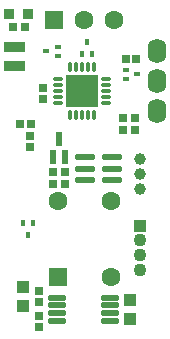
<source format=gts>
%FSDAX24Y24*%
%MOIN*%
%SFA1B1*%

%IPPOS*%
%AMD27*
4,1,8,-0.028600,0.006900,-0.028600,-0.006900,-0.024700,-0.010800,0.024700,-0.010800,0.028600,-0.006900,0.028600,0.006900,0.024700,0.010800,-0.024700,0.010800,-0.028600,0.006900,0.0*
1,1,0.007800,-0.024700,0.006900*
1,1,0.007800,-0.024700,-0.006900*
1,1,0.007800,0.024700,-0.006900*
1,1,0.007800,0.024700,0.006900*
%
G04~CAMADD=27~8~0.0~0.0~217.0~572.0~39.0~0.0~15~0.0~0.0~0.0~0.0~0~0.0~0.0~0.0~0.0~0~0.0~0.0~0.0~90.0~572.0~216.0*
%ADD27D27*%
%ADD28R,0.019700X0.045300*%
%ADD29R,0.025700X0.029600*%
%ADD30R,0.043400X0.039400*%
%ADD31R,0.014600X0.024500*%
%ADD32R,0.018200X0.024500*%
%ADD33R,0.024500X0.014600*%
%ADD34R,0.024500X0.018200*%
%ADD35R,0.021700X0.029600*%
%ADD36R,0.028400X0.028400*%
%ADD37R,0.035500X0.035500*%
%ADD38O,0.069000X0.021700*%
%ADD39R,0.110300X0.110300*%
%ADD40O,0.035500X0.013800*%
%ADD41O,0.013800X0.035500*%
%ADD42R,0.028400X0.028400*%
%ADD43C,0.043400*%
%ADD44R,0.043400X0.043400*%
%ADD45R,0.063100X0.063100*%
%ADD46C,0.063100*%
%ADD47O,0.063100X0.082700*%
%ADD48R,0.063100X0.063100*%
%ADD49C,0.039400*%
%LNptw_ecu_cp_v1.0-1*%
%LPD*%
G36*
X012681Y020478D02*
X011992D01*
Y020144*
X012681*
Y020478*
G37*
G36*
X012671Y021110D02*
X011982D01*
Y020775*
X012671*
Y021110*
G37*
G54D27*
X015506Y011817D03*
Y012073D03*
Y012329D03*
X013754Y011817D03*
Y012073D03*
Y012329D03*
Y012585D03*
X015506D03*
G54D28*
X013616Y017270D03*
X014010D03*
X013813Y017860D03*
G54D29*
X013616Y016374D03*
X014010D03*
X012533Y020311D03*
X012524Y020942D03*
X012268Y021610D03*
X012661D03*
X012494Y018392D03*
X012888D03*
X015949Y018165D03*
X016343D03*
Y018559D03*
X015949D03*
X014010Y016768D03*
X013616D03*
G54D30*
X012622Y012929D03*
Y012299D03*
X016165Y011886D03*
Y012516D03*
G54D31*
X012937Y015071D03*
X012622D03*
X014581Y020719D03*
X014896D03*
G54D32*
X012780Y014685D03*
X014738Y021104D03*
G54D33*
X013760Y020636D03*
Y020951D03*
X016032Y020183D03*
Y019868D03*
G54D34*
X013374Y020793D03*
X016417Y020026D03*
G54D35*
X012120Y020311D03*
X012110Y020942D03*
G54D36*
X012848Y017959D03*
Y017604D03*
X013154Y011620D03*
Y011974D03*
Y012801D03*
Y012447D03*
X013281Y019563D03*
Y019209D03*
G54D37*
X012156Y022053D03*
X012786D03*
G54D38*
X014689Y017260D03*
Y016886D03*
Y016512D03*
X015575Y017260D03*
Y016886D03*
Y016512D03*
G54D39*
X014581Y019474D03*
G54D40*
X015368Y019868D03*
Y019671D03*
Y019474D03*
Y019278D03*
Y019081D03*
X013793D03*
Y019278D03*
Y019474D03*
Y019671D03*
Y019868D03*
G54D41*
X014974Y018687D03*
X014778D03*
X014581D03*
X014384D03*
X014187D03*
Y020262D03*
X014384D03*
X014581D03*
X014778D03*
X014974D03*
G54D42*
X016392Y020557D03*
X016037D03*
G54D43*
X016520Y014494D03*
Y014002D03*
Y013510D03*
G54D44*
X016520Y014986D03*
G54D45*
X013650Y021827D03*
G54D46*
X014650Y021827D03*
X015650D03*
X013764Y015823D03*
X015535D03*
Y013264D03*
G54D47*
X017071Y019819D03*
Y020819D03*
Y018819D03*
G54D48*
X013764Y013264D03*
G54D49*
X016520Y016207D03*
Y017201D03*
Y016709D03*
M02*
</source>
